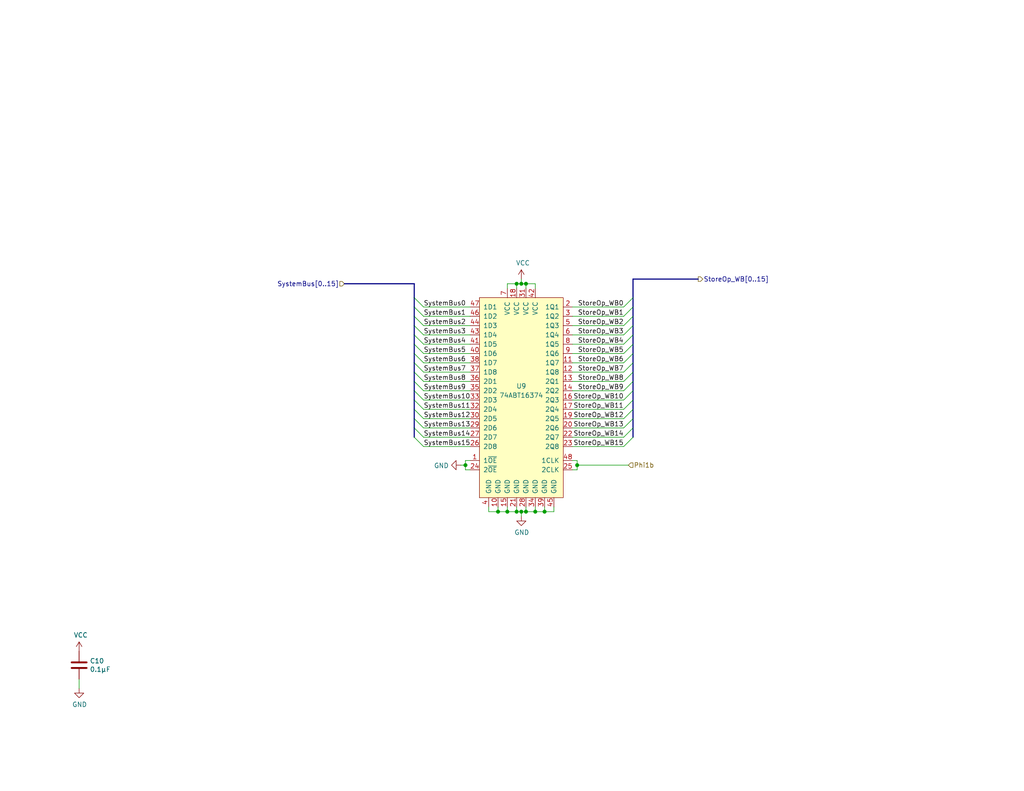
<source format=kicad_sch>
(kicad_sch (version 20230121) (generator eeschema)
  (paper "USLetter")
  (title_block (title "MEM/WB: Store Operand Register") (date "2023-03-22") (rev "B"))
  (lib_symbols
    (symbol "74xx (kicad5):74ABT16374" (pin_names (offset 1.016))
      (property "Reference" "U" (at 0 1.27 0))
      (property "Value" "74ABT16374" (at 0 -1.27 0))
      (symbol "74ABT16374_0_0"
        (pin input line (at -13.97 -20.32 0) (length 2.54) (name "1~{OE}") (number "1"))
        (pin power_in line (at -6.35 -33.02 90) (length 2.54) (name "GND") (number "10"))
        (pin tri_state line (at 13.97 6.35 180) (length 2.54) (name "1Q7") (number "11"))
        (pin tri_state line (at 13.97 3.81 180) (length 2.54) (name "1Q8") (number "12"))
        (pin tri_state line (at 13.97 1.27 180) (length 2.54) (name "2Q1") (number "13"))
        (pin tri_state line (at 13.97 -1.27 180) (length 2.54) (name "2Q2") (number "14"))
        (pin power_in line (at -3.81 -33.02 90) (length 2.54) (name "GND") (number "15"))
        (pin tri_state line (at 13.97 -3.81 180) (length 2.54) (name "2Q3") (number "16"))
        (pin tri_state line (at 13.97 -6.35 180) (length 2.54) (name "2Q4") (number "17"))
        (pin power_in line (at -1.27 26.67 270) (length 2.54) (name "VCC") (number "18"))
        (pin tri_state line (at 13.97 -8.89 180) (length 2.54) (name "2Q5") (number "19"))
        (pin tri_state line (at 13.97 21.59 180) (length 2.54) (name "1Q1") (number "2"))
        (pin tri_state line (at 13.97 -11.43 180) (length 2.54) (name "2Q6") (number "20"))
        (pin power_in line (at -1.27 -33.02 90) (length 2.54) (name "GND") (number "21"))
        (pin tri_state line (at 13.97 -13.97 180) (length 2.54) (name "2Q7") (number "22"))
        (pin tri_state line (at 13.97 -16.51 180) (length 2.54) (name "2Q8") (number "23"))
        (pin input line (at -13.97 -22.86 0) (length 2.54) (name "2~{OE}") (number "24"))
        (pin input line (at 13.97 -22.86 180) (length 2.54) (name "2CLK") (number "25"))
        (pin input line (at -13.97 -16.51 0) (length 2.54) (name "2D8") (number "26"))
        (pin input line (at -13.97 -13.97 0) (length 2.54) (name "2D7") (number "27"))
        (pin power_in line (at 1.27 -33.02 90) (length 2.54) (name "GND") (number "28"))
        (pin input line (at -13.97 -11.43 0) (length 2.54) (name "2D6") (number "29"))
        (pin tri_state line (at 13.97 19.05 180) (length 2.54) (name "1Q2") (number "3"))
        (pin input line (at -13.97 -8.89 0) (length 2.54) (name "2D5") (number "30"))
        (pin power_in line (at 1.27 26.67 270) (length 2.54) (name "VCC") (number "31"))
        (pin input line (at -13.97 -6.35 0) (length 2.54) (name "2D4") (number "32"))
        (pin input line (at -13.97 -3.81 0) (length 2.54) (name "2D3") (number "33"))
        (pin power_in line (at 3.81 -33.02 90) (length 2.54) (name "GND") (number "34"))
        (pin input line (at -13.97 -1.27 0) (length 2.54) (name "2D2") (number "35"))
        (pin input line (at -13.97 1.27 0) (length 2.54) (name "2D1") (number "36"))
        (pin input line (at -13.97 3.81 0) (length 2.54) (name "1D8") (number "37"))
        (pin input line (at -13.97 6.35 0) (length 2.54) (name "1D7") (number "38"))
        (pin power_in line (at 6.35 -33.02 90) (length 2.54) (name "GND") (number "39"))
        (pin power_in line (at -8.89 -33.02 90) (length 2.54) (name "GND") (number "4"))
        (pin input line (at -13.97 8.89 0) (length 2.54) (name "1D6") (number "40"))
        (pin input line (at -13.97 11.43 0) (length 2.54) (name "1D5") (number "41"))
        (pin power_in line (at 3.81 26.67 270) (length 2.54) (name "VCC") (number "42"))
        (pin input line (at -13.97 13.97 0) (length 2.54) (name "1D4") (number "43"))
        (pin input line (at -13.97 16.51 0) (length 2.54) (name "1D3") (number "44"))
        (pin power_in line (at 8.89 -33.02 90) (length 2.54) (name "GND") (number "45"))
        (pin input line (at -13.97 19.05 0) (length 2.54) (name "1D2") (number "46"))
        (pin input line (at -13.97 21.59 0) (length 2.54) (name "1D1") (number "47"))
        (pin input line (at 13.97 -20.32 180) (length 2.54) (name "1CLK") (number "48"))
        (pin tri_state line (at 13.97 16.51 180) (length 2.54) (name "1Q3") (number "5"))
        (pin tri_state line (at 13.97 13.97 180) (length 2.54) (name "1Q4") (number "6"))
        (pin power_in line (at -3.81 26.67 270) (length 2.54) (name "VCC") (number "7"))
        (pin tri_state line (at 13.97 11.43 180) (length 2.54) (name "1Q5") (number "8"))
        (pin tri_state line (at 13.97 8.89 180) (length 2.54) (name "1Q6") (number "9"))
      )
      (symbol "74ABT16374_0_1"
        (rectangle (start -11.43 24.13) (end 11.43 -30.48) (fill (type background)))
      )
    )
    (symbol "Device:C" (pin_numbers hide) (pin_names (offset 0.254))
      (property "Reference" "C" (at 0.635 2.54 0))
      (property "Value" "C" (at 0.635 -2.54 0))
      (symbol "C_0_1"
        (polyline (pts (xy -2.032 -0.762) (xy 2.032 -0.762)) (stroke (width 0.508)))
        (polyline (pts (xy -2.032 0.762) (xy 2.032 0.762)) (stroke (width 0.508)))
      )
      (symbol "C_1_1"
        (pin passive line (at 0 3.81 270) (length 2.794) (name "~") (number "1"))
        (pin passive line (at 0 -3.81 90) (length 2.794) (name "~") (number "2"))
      )
    )
    (symbol "power:GND" (power) (pin_names (offset 0))
      (property "Value" "GND" (at 0 -3.81 0))
      (symbol "GND_0_1"
        (polyline (pts (xy 0 0) (xy 0 -1.27) (xy 1.27 -1.27) (xy 0 -2.54) (xy -1.27 -1.27) (xy 0 -1.27)))
      )
      (symbol "GND_1_1"
        (pin power_in line (at 0 0 270) (length 0) hide (name "GND") (number "1"))
      )
    )
    (symbol "power:VCC" (power) (pin_names (offset 0))
      (property "Value" "VCC" (at 0 3.81 0))
      (symbol "VCC_0_1"
        (polyline (pts (xy -0.762 1.27) (xy 0 2.54)))
        (polyline (pts (xy 0 0) (xy 0 2.54)))
        (polyline (pts (xy 0 2.54) (xy 0.762 1.27)))
      )
      (symbol "VCC_1_1"
        (pin power_in line (at 0 0 90) (length 0) hide (name "VCC") (number "1"))
      )
    )
  )
  (junction (at 140.97 139.7))
  (junction (at 127 127))
  (junction (at 143.51 77.47))
  (junction (at 148.59 139.7))
  (junction (at 157.48 127))
  (junction (at 140.97 77.47))
  (junction (at 142.24 139.7))
  (junction (at 138.43 139.7))
  (junction (at 135.89 139.7))
  (junction (at 142.24 77.47))
  (junction (at 143.51 139.7))
  (junction (at 146.05 139.7))
  (bus_entry (at 172.72 96.52) (size -2.54 2.54))
  (bus_entry (at 113.03 96.52) (size 2.54 2.54))
  (bus_entry (at 113.03 93.98) (size 2.54 2.54))
  (bus_entry (at 113.03 111.76) (size 2.54 2.54))
  (bus_entry (at 172.72 116.84) (size -2.54 2.54))
  (bus_entry (at 113.03 81.28) (size 2.54 2.54))
  (bus_entry (at 172.72 91.44) (size -2.54 2.54))
  (bus_entry (at 113.03 101.6) (size 2.54 2.54))
  (bus_entry (at 113.03 114.3) (size 2.54 2.54))
  (bus_entry (at 113.03 119.38) (size 2.54 2.54))
  (bus_entry (at 172.72 83.82) (size -2.54 2.54))
  (bus_entry (at 172.72 99.06) (size -2.54 2.54))
  (bus_entry (at 172.72 109.22) (size -2.54 2.54))
  (bus_entry (at 172.72 81.28) (size -2.54 2.54))
  (bus_entry (at 113.03 91.44) (size 2.54 2.54))
  (bus_entry (at 113.03 106.68) (size 2.54 2.54))
  (bus_entry (at 172.72 111.76) (size -2.54 2.54))
  (bus_entry (at 172.72 86.36) (size -2.54 2.54))
  (bus_entry (at 172.72 119.38) (size -2.54 2.54))
  (bus_entry (at 172.72 93.98) (size -2.54 2.54))
  (bus_entry (at 113.03 99.06) (size 2.54 2.54))
  (bus_entry (at 113.03 86.36) (size 2.54 2.54))
  (bus_entry (at 172.72 106.68) (size -2.54 2.54))
  (bus_entry (at 172.72 101.6) (size -2.54 2.54))
  (bus_entry (at 113.03 104.14) (size 2.54 2.54))
  (bus_entry (at 113.03 88.9) (size 2.54 2.54))
  (bus_entry (at 172.72 104.14) (size -2.54 2.54))
  (bus_entry (at 113.03 83.82) (size 2.54 2.54))
  (bus_entry (at 113.03 109.22) (size 2.54 2.54))
  (bus_entry (at 113.03 116.84) (size 2.54 2.54))
  (bus_entry (at 172.72 114.3) (size -2.54 2.54))
  (bus_entry (at 172.72 88.9) (size -2.54 2.54))
  (wire (pts (xy 115.57 109.22) (xy 128.27 109.22)))
  (bus (pts (xy 113.03 93.98) (xy 113.03 96.52)))
  (bus (pts (xy 172.72 76.2) (xy 172.72 81.28)))
  (wire (pts (xy 128.27 125.73) (xy 127 125.73)))
  (wire (pts (xy 21.59 187.96) (xy 21.59 185.42)))
  (bus (pts (xy 172.72 83.82) (xy 172.72 86.36)))
  (bus (pts (xy 93.98 77.47) (xy 113.03 77.47)))
  (wire (pts (xy 142.24 76.2) (xy 142.24 77.47)))
  (bus (pts (xy 113.03 88.9) (xy 113.03 91.44)))
  (bus (pts (xy 172.72 81.28) (xy 172.72 83.82)))
  (wire (pts (xy 170.18 119.38) (xy 156.21 119.38)))
  (wire (pts (xy 135.89 139.7) (xy 138.43 139.7)))
  (wire (pts (xy 127 127) (xy 127 128.27)))
  (wire (pts (xy 115.57 114.3) (xy 128.27 114.3)))
  (wire (pts (xy 170.18 114.3) (xy 156.21 114.3)))
  (wire (pts (xy 142.24 139.7) (xy 143.51 139.7)))
  (wire (pts (xy 170.18 116.84) (xy 156.21 116.84)))
  (wire (pts (xy 115.57 116.84) (xy 128.27 116.84)))
  (wire (pts (xy 115.57 99.06) (xy 128.27 99.06)))
  (wire (pts (xy 143.51 139.7) (xy 146.05 139.7)))
  (wire (pts (xy 148.59 139.7) (xy 151.13 139.7)))
  (bus (pts (xy 113.03 83.82) (xy 113.03 86.36)))
  (wire (pts (xy 115.57 96.52) (xy 128.27 96.52)))
  (wire (pts (xy 135.89 138.43) (xy 135.89 139.7)))
  (wire (pts (xy 170.18 93.98) (xy 156.21 93.98)))
  (wire (pts (xy 157.48 127) (xy 171.45 127)))
  (bus (pts (xy 172.72 109.22) (xy 172.72 111.76)))
  (wire (pts (xy 138.43 138.43) (xy 138.43 139.7)))
  (bus (pts (xy 172.72 86.36) (xy 172.72 88.9)))
  (bus (pts (xy 113.03 91.44) (xy 113.03 93.98)))
  (wire (pts (xy 138.43 78.74) (xy 138.43 77.47)))
  (wire (pts (xy 115.57 106.68) (xy 128.27 106.68)))
  (wire (pts (xy 115.57 101.6) (xy 128.27 101.6)))
  (bus (pts (xy 113.03 104.14) (xy 113.03 106.68)))
  (wire (pts (xy 170.18 121.92) (xy 156.21 121.92)))
  (wire (pts (xy 115.57 86.36) (xy 128.27 86.36)))
  (wire (pts (xy 146.05 139.7) (xy 148.59 139.7)))
  (wire (pts (xy 133.35 138.43) (xy 133.35 139.7)))
  (wire (pts (xy 115.57 93.98) (xy 128.27 93.98)))
  (wire (pts (xy 170.18 104.14) (xy 156.21 104.14)))
  (wire (pts (xy 170.18 86.36) (xy 156.21 86.36)))
  (wire (pts (xy 127 128.27) (xy 128.27 128.27)))
  (wire (pts (xy 142.24 139.7) (xy 142.24 140.97)))
  (wire (pts (xy 143.51 78.74) (xy 143.51 77.47)))
  (wire (pts (xy 143.51 138.43) (xy 143.51 139.7)))
  (bus (pts (xy 172.72 106.68) (xy 172.72 109.22)))
  (wire (pts (xy 170.18 101.6) (xy 156.21 101.6)))
  (bus (pts (xy 113.03 106.68) (xy 113.03 109.22)))
  (bus (pts (xy 113.03 99.06) (xy 113.03 101.6)))
  (wire (pts (xy 170.18 111.76) (xy 156.21 111.76)))
  (wire (pts (xy 146.05 138.43) (xy 146.05 139.7)))
  (bus (pts (xy 113.03 77.47) (xy 113.03 81.28)))
  (wire (pts (xy 157.48 127) (xy 157.48 128.27)))
  (wire (pts (xy 115.57 111.76) (xy 128.27 111.76)))
  (wire (pts (xy 170.18 83.82) (xy 156.21 83.82)))
  (bus (pts (xy 172.72 111.76) (xy 172.72 114.3)))
  (wire (pts (xy 148.59 138.43) (xy 148.59 139.7)))
  (wire (pts (xy 127 125.73) (xy 127 127)))
  (bus (pts (xy 190.5 76.2) (xy 172.72 76.2)))
  (bus (pts (xy 113.03 96.52) (xy 113.03 99.06)))
  (wire (pts (xy 157.48 128.27) (xy 156.21 128.27)))
  (wire (pts (xy 115.57 104.14) (xy 128.27 104.14)))
  (wire (pts (xy 140.97 78.74) (xy 140.97 77.47)))
  (bus (pts (xy 113.03 116.84) (xy 113.03 119.38)))
  (wire (pts (xy 133.35 139.7) (xy 135.89 139.7)))
  (bus (pts (xy 172.72 104.14) (xy 172.72 106.68)))
  (bus (pts (xy 113.03 114.3) (xy 113.03 116.84)))
  (bus (pts (xy 113.03 109.22) (xy 113.03 111.76)))
  (wire (pts (xy 140.97 77.47) (xy 142.24 77.47)))
  (wire (pts (xy 170.18 91.44) (xy 156.21 91.44)))
  (wire (pts (xy 115.57 83.82) (xy 128.27 83.82)))
  (wire (pts (xy 115.57 91.44) (xy 128.27 91.44)))
  (bus (pts (xy 172.72 114.3) (xy 172.72 116.84)))
  (wire (pts (xy 170.18 88.9) (xy 156.21 88.9)))
  (bus (pts (xy 172.72 116.84) (xy 172.72 119.38)))
  (wire (pts (xy 170.18 96.52) (xy 156.21 96.52)))
  (bus (pts (xy 172.72 88.9) (xy 172.72 91.44)))
  (wire (pts (xy 143.51 77.47) (xy 146.05 77.47)))
  (bus (pts (xy 172.72 96.52) (xy 172.72 99.06)))
  (wire (pts (xy 157.48 125.73) (xy 157.48 127)))
  (bus (pts (xy 172.72 99.06) (xy 172.72 101.6)))
  (wire (pts (xy 140.97 138.43) (xy 140.97 139.7)))
  (wire (pts (xy 142.24 77.47) (xy 143.51 77.47)))
  (bus (pts (xy 113.03 81.28) (xy 113.03 83.82)))
  (wire (pts (xy 138.43 77.47) (xy 140.97 77.47)))
  (bus (pts (xy 113.03 86.36) (xy 113.03 88.9)))
  (wire (pts (xy 115.57 119.38) (xy 128.27 119.38)))
  (bus (pts (xy 172.72 91.44) (xy 172.72 93.98)))
  (wire (pts (xy 151.13 139.7) (xy 151.13 138.43)))
  (bus (pts (xy 113.03 111.76) (xy 113.03 114.3)))
  (bus (pts (xy 113.03 101.6) (xy 113.03 104.14)))
  (wire (pts (xy 146.05 77.47) (xy 146.05 78.74)))
  (wire (pts (xy 115.57 88.9) (xy 128.27 88.9)))
  (wire (pts (xy 140.97 139.7) (xy 142.24 139.7)))
  (wire (pts (xy 138.43 139.7) (xy 140.97 139.7)))
  (bus (pts (xy 172.72 93.98) (xy 172.72 96.52)))
  (wire (pts (xy 170.18 99.06) (xy 156.21 99.06)))
  (wire (pts (xy 127 127) (xy 125.73 127)))
  (bus (pts (xy 172.72 101.6) (xy 172.72 104.14)))
  (wire (pts (xy 170.18 106.68) (xy 156.21 106.68)))
  (wire (pts (xy 156.21 125.73) (xy 157.48 125.73)))
  (wire (pts (xy 170.18 109.22) (xy 156.21 109.22)))
  (wire (pts (xy 115.57 121.92) (xy 128.27 121.92)))
  (label "SystemBus0" (at 115.57 83.82 0))
  (label "StoreOp_WB0" (at 170.18 83.82 180))
  (label "StoreOp_WB4" (at 170.18 93.98 180))
  (label "StoreOp_WB15" (at 170.18 121.92 180))
  (label "SystemBus8" (at 115.57 104.14 0))
  (label "SystemBus3" (at 115.57 91.44 0))
  (label "SystemBus5" (at 115.57 96.52 0))
  (label "SystemBus11" (at 115.57 111.76 0))
  (label "SystemBus13" (at 115.57 116.84 0))
  (label "StoreOp_WB14" (at 170.18 119.38 180))
  (label "SystemBus1" (at 115.57 86.36 0))
  (label "SystemBus6" (at 115.57 99.06 0))
  (label "StoreOp_WB11" (at 170.18 111.76 180))
  (label "SystemBus15" (at 115.57 121.92 0))
  (label "StoreOp_WB2" (at 170.18 88.9 180))
  (label "SystemBus12" (at 115.57 114.3 0))
  (label "StoreOp_WB7" (at 170.18 101.6 180))
  (label "SystemBus4" (at 115.57 93.98 0))
  (label "StoreOp_WB5" (at 170.18 96.52 180))
  (label "StoreOp_WB9" (at 170.18 106.68 180))
  (label "StoreOp_WB1" (at 170.18 86.36 180))
  (label "SystemBus10" (at 115.57 109.22 0))
  (label "StoreOp_WB10" (at 170.18 109.22 180))
  (label "SystemBus9" (at 115.57 106.68 0))
  (label "StoreOp_WB8" (at 170.18 104.14 180))
  (label "StoreOp_WB12" (at 170.18 114.3 180))
  (label "SystemBus2" (at 115.57 88.9 0))
  (label "SystemBus14" (at 115.57 119.38 0))
  (label "StoreOp_WB13" (at 170.18 116.84 180))
  (label "StoreOp_WB3" (at 170.18 91.44 180))
  (label "StoreOp_WB6" (at 170.18 99.06 180))
  (label "SystemBus7" (at 115.57 101.6 0))
  (hierarchical_label "Phi1b" (shape input) (at 171.45 127 0))
  (hierarchical_label "StoreOp_WB[0..15]" (shape output) (at 190.5 76.2 0))
  (hierarchical_label "SystemBus[0..15]" (shape input) (at 93.98 77.47 180))
  (symbol (lib_id "Device:C") (at 21.59 181.61 0) (unit 1)
    (property "Reference" "C10" (at 24.511 180.4416 0) (effects (justify left)))
    (property "Value" "0.1μF" (at 24.511 182.753 0) (effects (justify left)))
    (property "Footprint" "Capacitor_SMD:C_0603_1608Metric_Pad1.08x0.95mm_HandSolder" (effects hide))
    (property "Mouser" "https://www.mouser.com/ProductDetail/963-EMK107B7104KAHT" (effects hide))
  )
  (symbol (lib_id "power:VCC") (at 21.59 177.8 0) (unit 1)
    (property "Reference" "#PWR049" (effects hide))
    (property "Value" "VCC" (at 22.0218 173.4058 0))
  )
  (symbol (lib_id "power:GND") (at 21.59 187.96 0) (unit 1)
    (property "Reference" "#PWR050" (effects hide))
    (property "Value" "GND" (at 21.717 192.3542 0))
  )
  (symbol (lib_id "power:GND") (at 125.73 127 270) (unit 1)
    (property "Reference" "#PWR051" (effects hide))
    (property "Value" "GND" (at 122.4788 127.127 90) (effects (justify right)))
  )
  (symbol (lib_id "power:VCC") (at 142.24 76.2 0) (unit 1)
    (property "Reference" "#PWR052" (effects hide))
    (property "Value" "VCC" (at 142.6718 71.8058 0))
  )
  (symbol (lib_id "power:GND") (at 142.24 140.97 0) (unit 1)
    (property "Reference" "#PWR053" (effects hide))
    (property "Value" "GND" (at 142.367 145.3642 0))
  )
  (symbol (lib_id "74xx (kicad5):74ABT16374") (at 142.24 105.41 0) (unit 1)
    (property "Reference" "U9" (at 142.24 105.41 0))
    (property "Value" "74ABT16374" (at 142.24 107.95 0))
    (property "Footprint" "Package_SO:TSSOP-48_6.1x12.5mm_P0.5mm" (effects hide))
    (property "Datasheet" "https://www.ti.com/lit/ds/symlink/sn74abt16374a.pdf?HQS=dis-mous-null-mousermode-dsf-pf-null-wwe&ts=1617318801237" (effects hide))
    (property "Mouser" "https://www.mouser.com/ProductDetail/Texas-Instruments/SN74ABT16374ADGGR?qs=%2Fha2pyFadui8Wf%2F61v2joCyY9bOa3peBR5btn0VUHs8%3D" (effects hide))
  )
)
</source>
